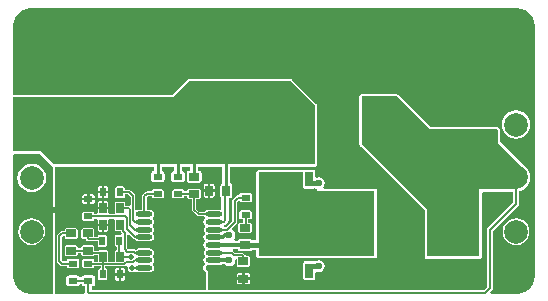
<source format=gtl>
G04 Layer_Physical_Order=1*
G04 Layer_Color=255*
%FSAX44Y44*%
%MOMM*%
G71*
G01*
G75*
G04:AMPARAMS|DCode=10|XSize=0.75mm|YSize=0.5mm|CornerRadius=0.0025mm|HoleSize=0mm|Usage=FLASHONLY|Rotation=0.000|XOffset=0mm|YOffset=0mm|HoleType=Round|Shape=RoundedRectangle|*
%AMROUNDEDRECTD10*
21,1,0.7500,0.4950,0,0,0.0*
21,1,0.7450,0.5000,0,0,0.0*
1,1,0.0050,0.3725,-0.2475*
1,1,0.0050,-0.3725,-0.2475*
1,1,0.0050,-0.3725,0.2475*
1,1,0.0050,0.3725,0.2475*
%
%ADD10ROUNDEDRECTD10*%
%ADD11R,4.3500X5.5000*%
%ADD12R,2.4600X2.3100*%
%ADD13O,1.4000X0.4500*%
G04:AMPARAMS|DCode=14|XSize=0.508mm|YSize=0.508mm|CornerRadius=0.0025mm|HoleSize=0mm|Usage=FLASHONLY|Rotation=180.000|XOffset=0mm|YOffset=0mm|HoleType=Round|Shape=RoundedRectangle|*
%AMROUNDEDRECTD14*
21,1,0.5080,0.5029,0,0,180.0*
21,1,0.5029,0.5080,0,0,180.0*
1,1,0.0051,-0.2515,0.2515*
1,1,0.0051,0.2515,0.2515*
1,1,0.0051,0.2515,-0.2515*
1,1,0.0051,-0.2515,-0.2515*
%
%ADD14ROUNDEDRECTD14*%
G04:AMPARAMS|DCode=15|XSize=0.75mm|YSize=0.5mm|CornerRadius=0.0025mm|HoleSize=0mm|Usage=FLASHONLY|Rotation=270.000|XOffset=0mm|YOffset=0mm|HoleType=Round|Shape=RoundedRectangle|*
%AMROUNDEDRECTD15*
21,1,0.7500,0.4950,0,0,270.0*
21,1,0.7450,0.5000,0,0,270.0*
1,1,0.0050,-0.2475,-0.3725*
1,1,0.0050,-0.2475,0.3725*
1,1,0.0050,0.2475,0.3725*
1,1,0.0050,0.2475,-0.3725*
%
%ADD15ROUNDEDRECTD15*%
G04:AMPARAMS|DCode=16|XSize=0.65mm|YSize=1.2mm|CornerRadius=0.0033mm|HoleSize=0mm|Usage=FLASHONLY|Rotation=0.000|XOffset=0mm|YOffset=0mm|HoleType=Round|Shape=RoundedRectangle|*
%AMROUNDEDRECTD16*
21,1,0.6500,1.1935,0,0,0.0*
21,1,0.6435,1.2000,0,0,0.0*
1,1,0.0065,0.3217,-0.5968*
1,1,0.0065,-0.3217,-0.5968*
1,1,0.0065,-0.3217,0.5968*
1,1,0.0065,0.3217,0.5968*
%
%ADD16ROUNDEDRECTD16*%
G04:AMPARAMS|DCode=17|XSize=2.55mm|YSize=1.2mm|CornerRadius=0.006mm|HoleSize=0mm|Usage=FLASHONLY|Rotation=0.000|XOffset=0mm|YOffset=0mm|HoleType=Round|Shape=RoundedRectangle|*
%AMROUNDEDRECTD17*
21,1,2.5500,1.1880,0,0,0.0*
21,1,2.5380,1.2000,0,0,0.0*
1,1,0.0120,1.2690,-0.5940*
1,1,0.0120,-1.2690,-0.5940*
1,1,0.0120,-1.2690,0.5940*
1,1,0.0120,1.2690,0.5940*
%
%ADD17ROUNDEDRECTD17*%
G04:AMPARAMS|DCode=18|XSize=0.85mm|YSize=0.6mm|CornerRadius=0.003mm|HoleSize=0mm|Usage=FLASHONLY|Rotation=0.000|XOffset=0mm|YOffset=0mm|HoleType=Round|Shape=RoundedRectangle|*
%AMROUNDEDRECTD18*
21,1,0.8500,0.5940,0,0,0.0*
21,1,0.8440,0.6000,0,0,0.0*
1,1,0.0060,0.4220,-0.2970*
1,1,0.0060,-0.4220,-0.2970*
1,1,0.0060,-0.4220,0.2970*
1,1,0.0060,0.4220,0.2970*
%
%ADD18ROUNDEDRECTD18*%
G04:AMPARAMS|DCode=19|XSize=0.85mm|YSize=0.6mm|CornerRadius=0.003mm|HoleSize=0mm|Usage=FLASHONLY|Rotation=90.000|XOffset=0mm|YOffset=0mm|HoleType=Round|Shape=RoundedRectangle|*
%AMROUNDEDRECTD19*
21,1,0.8500,0.5940,0,0,90.0*
21,1,0.8440,0.6000,0,0,90.0*
1,1,0.0060,0.2970,0.4220*
1,1,0.0060,0.2970,-0.4220*
1,1,0.0060,-0.2970,-0.4220*
1,1,0.0060,-0.2970,0.4220*
%
%ADD19ROUNDEDRECTD19*%
G04:AMPARAMS|DCode=20|XSize=2mm|YSize=4mm|CornerRadius=0.01mm|HoleSize=0mm|Usage=FLASHONLY|Rotation=180.000|XOffset=0mm|YOffset=0mm|HoleType=Round|Shape=RoundedRectangle|*
%AMROUNDEDRECTD20*
21,1,2.0000,3.9800,0,0,180.0*
21,1,1.9800,4.0000,0,0,180.0*
1,1,0.0200,-0.9900,1.9900*
1,1,0.0200,0.9900,1.9900*
1,1,0.0200,0.9900,-1.9900*
1,1,0.0200,-0.9900,-1.9900*
%
%ADD20ROUNDEDRECTD20*%
%ADD21C,0.1524*%
%ADD22C,0.3810*%
%ADD23C,0.2032*%
%ADD24C,0.1270*%
%ADD25C,0.2540*%
%ADD26C,0.3048*%
%ADD27R,0.5000X1.6500*%
%ADD28R,0.4961X1.6500*%
%ADD29C,2.0000*%
G04:AMPARAMS|DCode=30|XSize=2mm|YSize=2mm|CornerRadius=0.5mm|HoleSize=0mm|Usage=FLASHONLY|Rotation=270.000|XOffset=0mm|YOffset=0mm|HoleType=Round|Shape=RoundedRectangle|*
%AMROUNDEDRECTD30*
21,1,2.0000,1.0000,0,0,270.0*
21,1,1.0000,2.0000,0,0,270.0*
1,1,1.0000,-0.5000,-0.5000*
1,1,1.0000,-0.5000,0.5000*
1,1,1.0000,0.5000,0.5000*
1,1,1.0000,0.5000,-0.5000*
%
%ADD30ROUNDEDRECTD30*%
%ADD31C,3.0000*%
%ADD32C,0.5000*%
%ADD33C,0.6000*%
G36*
X06979564Y08563635D02*
X06979565Y08514671D01*
X06979257Y08514363D01*
Y08513773D01*
X06978667D01*
X06978667Y08513773D01*
X06758727Y08513773D01*
X06747750Y08524750D01*
X06725042Y08524750D01*
X06724144Y08525648D01*
Y08570500D01*
X06859750Y08570500D01*
X06873256Y08584006D01*
X06959194Y08584006D01*
X06979564Y08563635D01*
D02*
G37*
G36*
X06967947Y08507250D02*
X06968051Y08507250D01*
X06968247Y08507211D01*
X06968248D01*
X06968455Y08507169D01*
X06968987Y08506961D01*
X06969132Y08506935D01*
X06969337Y08506855D01*
X06969515Y08506823D01*
X06969517Y08506823D01*
Y08495305D01*
X06969675Y08494512D01*
X06970124Y08493840D01*
X06970796Y08493391D01*
X06971589Y08493233D01*
X06978024D01*
X06978817Y08493391D01*
X06979008Y08493519D01*
X06979879D01*
X06980969Y08492790D01*
X06981250Y08492734D01*
Y08491220D01*
X07028787Y08491220D01*
X07028868Y08491208D01*
X07030060Y08491019D01*
Y08436395D01*
X07030057Y08436382D01*
Y08436234D01*
X07029858Y08436194D01*
X06933644D01*
X06933260Y08436271D01*
X06933060D01*
X06932863Y08436310D01*
X06932256D01*
Y08437496D01*
X06932256Y08437497D01*
X06932256Y08449519D01*
X06932256Y08506848D01*
X06933362Y08507250D01*
X06940043D01*
X06946071D01*
X06946071Y08507250D01*
X06958771D01*
X06967947D01*
D02*
G37*
G36*
X07076770Y08543315D02*
X07133860Y08543315D01*
X07134758Y08542418D01*
Y08532089D01*
X07156907Y08509940D01*
X07156907Y08499449D01*
X07150125Y08492668D01*
X07119061Y08492668D01*
X07119061Y08435721D01*
X07074561Y08435721D01*
X07074561Y08475624D01*
X07019493Y08530691D01*
X07019493Y08571331D01*
X07048754Y08571332D01*
X07076770Y08543315D01*
D02*
G37*
G36*
X06843380Y08511734D02*
Y08507870D01*
X06842989D01*
X06842199Y08507713D01*
X06841529Y08507265D01*
X06841082Y08506595D01*
X06840924Y08505805D01*
Y08500855D01*
X06841082Y08500065D01*
X06841529Y08499395D01*
X06842199Y08498948D01*
X06842989Y08498791D01*
X06850439D01*
X06851229Y08498948D01*
X06851899Y08499395D01*
X06852347Y08500065D01*
X06852504Y08500855D01*
Y08505805D01*
X06852347Y08506595D01*
X06851899Y08507265D01*
X06851229Y08507713D01*
X06850439Y08507870D01*
X06850048D01*
Y08511734D01*
X06860587Y08511734D01*
Y08507870D01*
X06860197D01*
X06859406Y08507713D01*
X06858737Y08507265D01*
X06858289Y08506595D01*
X06858132Y08505805D01*
Y08500855D01*
X06858289Y08500065D01*
X06858737Y08499395D01*
X06859406Y08498948D01*
X06860197Y08498791D01*
X06867646D01*
X06868437Y08498948D01*
X06869106Y08499395D01*
X06869554Y08500065D01*
X06869711Y08500855D01*
Y08505805D01*
X06869554Y08506595D01*
X06869106Y08507265D01*
X06868437Y08507713D01*
X06867646Y08507870D01*
X06867256D01*
Y08511734D01*
X06874130Y08511734D01*
Y08508370D01*
X06873244D01*
X06872452Y08508212D01*
X06871780Y08507764D01*
X06871332Y08507092D01*
X06871174Y08506300D01*
Y08500360D01*
X06871332Y08499568D01*
X06871780Y08498896D01*
X06872452Y08498448D01*
X06873244Y08498290D01*
X06881684D01*
X06882476Y08498448D01*
X06883148Y08498896D01*
X06883596Y08499568D01*
X06883754Y08500360D01*
Y08506300D01*
X06883596Y08507092D01*
X06883148Y08507764D01*
X06882476Y08508212D01*
X06881684Y08508370D01*
X06880798D01*
Y08511734D01*
X06901423Y08511734D01*
Y08497666D01*
X06900994Y08497581D01*
X06900323Y08497132D01*
X06899874Y08496461D01*
X06899717Y08495668D01*
Y08487228D01*
X06899874Y08486437D01*
X06900323Y08485765D01*
X06900526Y08485629D01*
Y08476111D01*
X06899256Y08475068D01*
X06898964Y08475127D01*
X06889464D01*
X06888090Y08474854D01*
X06886926Y08474075D01*
X06886528Y08473480D01*
X06881967D01*
X06879406Y08476040D01*
Y08484453D01*
X06881684D01*
X06882679Y08484865D01*
X06883091Y08485861D01*
Y08491801D01*
X06882679Y08492795D01*
X06881684Y08493207D01*
X06873244D01*
X06872249Y08492795D01*
X06871837Y08491801D01*
Y08490773D01*
X06869048D01*
Y08491306D01*
X06868638Y08492297D01*
X06867646Y08492707D01*
X06860197D01*
X06859205Y08492297D01*
X06858795Y08491306D01*
Y08486356D01*
X06859205Y08485364D01*
X06860197Y08484954D01*
X06867646D01*
X06868638Y08485364D01*
X06869048Y08486356D01*
Y08486888D01*
X06871837D01*
Y08485861D01*
X06872249Y08484865D01*
X06873244Y08484453D01*
X06875522D01*
Y08475236D01*
X06875670Y08474492D01*
X06876091Y08473862D01*
X06879789Y08470164D01*
X06879789Y08470164D01*
X06880419Y08469743D01*
X06881162Y08469595D01*
X06885855D01*
X06886578Y08468420D01*
X06886271Y08467910D01*
X06885460Y08466696D01*
X06885131Y08465038D01*
X06885460Y08463380D01*
X06886271Y08462166D01*
X06886926Y08461075D01*
X06886148Y08459911D01*
X06885875Y08458538D01*
X06886148Y08457164D01*
X06886926Y08456000D01*
X06886271Y08454910D01*
X06885460Y08453696D01*
X06885131Y08452038D01*
X06885460Y08450380D01*
X06886400Y08448974D01*
Y08448602D01*
X06885460Y08447196D01*
X06885131Y08445538D01*
X06885460Y08443879D01*
X06886271Y08442665D01*
X06886926Y08441575D01*
X06886148Y08440411D01*
X06885875Y08439038D01*
X06886148Y08437664D01*
X06886926Y08436500D01*
X06886271Y08435410D01*
X06885460Y08434196D01*
X06885131Y08432538D01*
X06885460Y08430880D01*
X06886400Y08429474D01*
X06886322Y08429302D01*
X06885876Y08428318D01*
X06885686Y08428033D01*
X06885686Y08428033D01*
X06885460Y08427696D01*
X06885381Y08427298D01*
X06885381Y08427298D01*
X06885131Y08426038D01*
X06885210Y08425640D01*
Y08425640D01*
X06885381Y08424777D01*
X06885381Y08424777D01*
X06885460Y08424379D01*
X06886400Y08422974D01*
X06887250Y08422405D01*
X06887250Y08407676D01*
X06790737D01*
Y08410668D01*
X06791647D01*
X06792437Y08410825D01*
X06793107Y08411273D01*
X06793554Y08411942D01*
X06793711Y08412733D01*
Y08417682D01*
X06793554Y08418473D01*
X06793107Y08419142D01*
X06792437Y08419590D01*
X06791647Y08419747D01*
X06784197D01*
X06783406Y08419590D01*
X06782736Y08419142D01*
X06782289Y08418473D01*
X06782200Y08418024D01*
X06780601D01*
X06780511Y08418473D01*
X06780064Y08419142D01*
X06779394Y08419590D01*
X06778604Y08419747D01*
X06771154D01*
X06770364Y08419590D01*
X06769694Y08419142D01*
X06769246Y08418473D01*
X06769089Y08417682D01*
Y08412733D01*
X06769246Y08411942D01*
X06769694Y08411273D01*
X06770364Y08410825D01*
X06771154Y08410668D01*
X06778604D01*
X06779394Y08410825D01*
X06780064Y08411273D01*
X06780511Y08411942D01*
X06780601Y08412391D01*
X06782200D01*
X06782289Y08411942D01*
X06782736Y08411273D01*
X06783406Y08410825D01*
X06784197Y08410668D01*
X06785106D01*
Y08405324D01*
X06784045Y08404144D01*
X06759750D01*
X06759750Y08467499D01*
Y08470670D01*
X06760137D01*
X06760927Y08470828D01*
X06761418Y08471155D01*
X06762137D01*
X06762742Y08471276D01*
X06763254Y08471618D01*
X06763597Y08472131D01*
X06763717Y08472736D01*
Y08477765D01*
X06763597Y08478369D01*
X06763254Y08478882D01*
X06762742Y08479224D01*
X06762137Y08479344D01*
X06761418D01*
X06760927Y08479672D01*
X06760137Y08479830D01*
X06759750D01*
Y08484000D01*
X06759750Y08497747D01*
X06759750Y08510270D01*
X06759782Y08510432D01*
X06759782Y08510432D01*
Y08510464D01*
X06759787Y08510489D01*
X06759797Y08510516D01*
X06759935Y08511403D01*
X06761148Y08511734D01*
X06843380Y08511734D01*
D02*
G37*
G36*
X06740000Y08645856D02*
X07150000D01*
X07151562Y08645856D01*
X07154625Y08645247D01*
X07157511Y08644052D01*
X07160108Y08642317D01*
X07162317Y08640108D01*
X07164052Y08637511D01*
X07165247Y08634625D01*
X07165856Y08631562D01*
X07165856Y08630000D01*
Y08420000D01*
X07165856Y08418438D01*
X07165247Y08415375D01*
X07164052Y08412489D01*
X07162317Y08409892D01*
X07160108Y08407683D01*
X07157511Y08405948D01*
X07154625Y08404753D01*
X07151562Y08404144D01*
X07128785D01*
X07128300Y08405317D01*
X07129991Y08407009D01*
X07130602Y08407922D01*
X07130816Y08409000D01*
Y08457234D01*
X07151991Y08478410D01*
X07152602Y08479324D01*
X07152816Y08480401D01*
Y08490867D01*
X07153132Y08490909D01*
X07156052Y08492118D01*
X07158558Y08494042D01*
X07160482Y08496548D01*
X07161691Y08499467D01*
X07162103Y08502600D01*
X07161691Y08505732D01*
X07160482Y08508652D01*
X07158558Y08511158D01*
X07158434Y08511254D01*
X07158349Y08511381D01*
X07158349Y08511381D01*
X07136797Y08532933D01*
Y08542418D01*
X07136797Y08542418D01*
X07136642Y08543198D01*
X07136201Y08543859D01*
X07135302Y08544758D01*
X07134641Y08545200D01*
X07133860Y08545355D01*
X07077615Y08545355D01*
X07050197Y08572774D01*
X07050197Y08572774D01*
X07049535Y08573216D01*
X07049535Y08573216D01*
X07048755Y08573371D01*
X07019493Y08573370D01*
X07018713Y08573215D01*
X07018051Y08572773D01*
X07018051Y08572773D01*
X07017609Y08572111D01*
X07017454Y08571331D01*
X07017454Y08530691D01*
X07017454Y08530691D01*
X07017609Y08529911D01*
X07018051Y08529249D01*
X07072521Y08474779D01*
X07072522Y08435721D01*
X07072677Y08434941D01*
X07073057Y08434373D01*
Y08434258D01*
X07073151D01*
X07073781Y08433837D01*
X07074561Y08433682D01*
X07119061Y08433682D01*
X07119841Y08433837D01*
X07120471Y08434258D01*
X07120557D01*
Y08434360D01*
X07120945Y08434941D01*
X07121100Y08435721D01*
X07121100Y08489731D01*
X07121998Y08490629D01*
X07147184Y08490629D01*
Y08481567D01*
X07126009Y08460392D01*
X07125398Y08459479D01*
X07125184Y08458401D01*
Y08410167D01*
X07122693Y08407676D01*
X06889289D01*
X06889289Y08422405D01*
X06889250Y08422603D01*
Y08422803D01*
X06889173Y08422989D01*
X06889134Y08423186D01*
X06889022Y08423353D01*
X06888945Y08423539D01*
X06888803Y08423680D01*
X06888692Y08423848D01*
X06888525Y08423959D01*
X06888383Y08424102D01*
X06887870Y08424444D01*
X06887382Y08425175D01*
X06887210Y08426038D01*
X06887382Y08426900D01*
X06887382Y08426901D01*
X06887571Y08427185D01*
X06887636Y08427340D01*
X06887734Y08427477D01*
X06888179Y08428460D01*
X06889464Y08428204D01*
X06898964D01*
X06900622Y08428535D01*
X06901237Y08428945D01*
X06903601D01*
X06903609Y08428933D01*
X06905263Y08427828D01*
X06907214Y08427440D01*
X06909165Y08427828D01*
X06910818Y08428933D01*
X06911924Y08430587D01*
X06912296Y08432457D01*
X06912339Y08432559D01*
X06913434Y08433405D01*
X06913587Y08433351D01*
Y08428530D01*
X06913999Y08427535D01*
X06914994Y08427123D01*
X06923434D01*
X06924429Y08427535D01*
X06924841Y08428530D01*
Y08434470D01*
X06924429Y08435465D01*
X06923434Y08435877D01*
X06921156D01*
Y08436000D01*
X06921008Y08436743D01*
X06920587Y08437374D01*
X06919838Y08438123D01*
X06919207Y08438544D01*
X06918464Y08438692D01*
X06912307D01*
X06910587Y08440411D01*
X06910193Y08440674D01*
X06910364Y08441844D01*
X06910404Y08441945D01*
X06914298D01*
X06914332Y08441776D01*
X06914780Y08441104D01*
X06915452Y08440656D01*
X06916244Y08440498D01*
X06924684D01*
X06925476Y08440656D01*
X06926147Y08441104D01*
X06926450Y08441556D01*
X06930217D01*
Y08437497D01*
X06930217Y08437496D01*
Y08436310D01*
X06930372Y08435530D01*
X06930815Y08434868D01*
X06931476Y08434426D01*
X06932256Y08434271D01*
X06932863D01*
X06933246Y08434194D01*
X06933447D01*
X06933644Y08434155D01*
X07029858D01*
X07030056Y08434194D01*
X07030256D01*
X07030455Y08434234D01*
X07030512Y08434258D01*
X07032057D01*
Y08435836D01*
X07032057Y08435836D01*
Y08435985D01*
X07032057Y08435985D01*
X07032059Y08435998D01*
Y08436050D01*
X07032096Y08436234D01*
Y08436382D01*
X07032099Y08436395D01*
Y08491019D01*
X07032057Y08491229D01*
Y08493257D01*
X07028795D01*
X07028787Y08493259D01*
X06987627Y08493259D01*
X06986948Y08494529D01*
X06987630Y08495549D01*
X06988018Y08497500D01*
X06987630Y08499451D01*
X06986525Y08501105D01*
X06984871Y08502210D01*
X06982920Y08502598D01*
X06981367Y08502289D01*
X06980096Y08503038D01*
Y08507241D01*
X06979938Y08508033D01*
X06979489Y08508705D01*
X06978817Y08509155D01*
X06978024Y08509313D01*
X06971589D01*
X06970796Y08509155D01*
X06970164Y08508733D01*
X06970090Y08508748D01*
X06970081Y08508753D01*
X06969876Y08508834D01*
X06969731Y08508860D01*
X06969199Y08509068D01*
X06969021Y08509100D01*
X06968853Y08509169D01*
X06968646Y08509210D01*
X06968644D01*
X06968452Y08509249D01*
X06968250Y08509250D01*
X06968052Y08509289D01*
X06967949Y08509289D01*
X06967947Y08509289D01*
X06967947Y08509289D01*
X06965443D01*
X06965324Y08509313D01*
X06958889D01*
X06958771Y08509289D01*
X06952742D01*
X06952624Y08509313D01*
X06946189D01*
X06946071Y08509289D01*
X06940043D01*
X06939924Y08509313D01*
X06933489D01*
X06933370Y08509289D01*
X06933362D01*
X06933016Y08509220D01*
X06932667Y08509167D01*
X06931561Y08508765D01*
X06931521Y08508741D01*
X06931476Y08508732D01*
X06931182Y08508536D01*
X06930880Y08508353D01*
X06930853Y08508316D01*
X06930815Y08508290D01*
X06930618Y08507996D01*
X06930409Y08507712D01*
X06930398Y08507667D01*
X06930372Y08507629D01*
X06930303Y08507282D01*
X06930219Y08506939D01*
X06930226Y08506893D01*
X06930217Y08506848D01*
X06930217Y08449519D01*
X06926450D01*
X06926147Y08449971D01*
X06925476Y08450420D01*
X06924684Y08450577D01*
X06916244D01*
X06915452Y08450420D01*
X06914780Y08449971D01*
X06914332Y08449300D01*
X06914298Y08449131D01*
X06911786D01*
X06911157Y08450401D01*
X06911924Y08451549D01*
X06912312Y08453500D01*
X06911924Y08455451D01*
X06910818Y08457105D01*
X06909595Y08457922D01*
X06909263Y08459387D01*
X06913249Y08463372D01*
X06913249Y08463372D01*
X06913698Y08464044D01*
X06913856Y08464837D01*
X06913856Y08464837D01*
Y08481858D01*
X06914803Y08482693D01*
X06916132Y08482395D01*
X06916248Y08482114D01*
X06917239Y08481703D01*
X06924689D01*
X06925680Y08482114D01*
X06926091Y08483105D01*
Y08488055D01*
X06925680Y08489047D01*
X06924689Y08489457D01*
X06917239D01*
X06916248Y08489047D01*
X06915837Y08488055D01*
Y08487652D01*
X06914590D01*
X06913798Y08487495D01*
X06913125Y08487045D01*
X06913125Y08487045D01*
X06910319Y08484239D01*
X06909869Y08483566D01*
X06909712Y08482773D01*
X06909712Y08482773D01*
Y08465695D01*
X06904626Y08460610D01*
X06903613D01*
X06902949Y08461880D01*
X06903094Y08462088D01*
X06903641Y08462197D01*
X06904639Y08462863D01*
X06905776Y08464001D01*
X06905776Y08464001D01*
X06906442Y08464998D01*
X06906677Y08466175D01*
Y08485159D01*
X06907726D01*
X06908519Y08485316D01*
X06909190Y08485765D01*
X06909639Y08486437D01*
X06909796Y08487228D01*
Y08495668D01*
X06909639Y08496461D01*
X06909190Y08497132D01*
X06908519Y08497581D01*
X06908091Y08497666D01*
Y08511734D01*
X06978666Y08511733D01*
X06978667Y08511733D01*
X06978667Y08511733D01*
X06979257D01*
X06980037Y08511889D01*
X06980698Y08512331D01*
X06981141Y08512993D01*
X06981264Y08513615D01*
X06981449Y08513890D01*
X06981604Y08514671D01*
X06981603Y08563635D01*
X06981603Y08563635D01*
X06981448Y08564415D01*
X06981006Y08565076D01*
X06981006Y08565077D01*
X06960635Y08585448D01*
X06960635Y08585448D01*
X06959974Y08585891D01*
X06959194Y08586046D01*
X06873256Y08586046D01*
X06873256Y08586046D01*
X06872476Y08585890D01*
X06871814Y08585448D01*
X06871814Y08585448D01*
X06858906Y08572540D01*
X06724144Y08572539D01*
Y08630000D01*
X06724144Y08631562D01*
X06724753Y08634625D01*
X06725948Y08637511D01*
X06727683Y08640108D01*
X06729892Y08642317D01*
X06732489Y08644052D01*
X06735375Y08645247D01*
X06738438Y08645856D01*
X06740000Y08645856D01*
D02*
G37*
G36*
X06757285Y08512332D02*
X06757285Y08512332D01*
X06757947Y08511889D01*
X06757787Y08510886D01*
X06757782Y08510862D01*
Y08510829D01*
X06757750Y08510668D01*
Y08510499D01*
X06757743Y08510464D01*
Y08510432D01*
X06757711Y08510270D01*
X06757711Y08497747D01*
X06757711Y08484000D01*
X06757711Y08484000D01*
Y08479830D01*
X06757108D01*
X06756318Y08479672D01*
X06755826Y08479344D01*
X06755108D01*
X06754503Y08479224D01*
X06753991Y08478882D01*
X06753649Y08478369D01*
X06753528Y08477765D01*
Y08472736D01*
X06753649Y08472131D01*
X06753991Y08471618D01*
X06754503Y08471276D01*
X06755108Y08471155D01*
X06755826D01*
X06756318Y08470828D01*
X06757108Y08470670D01*
X06757711D01*
Y08467500D01*
X06757711Y08467499D01*
X06757711Y08404144D01*
X06738438D01*
X06735375Y08404753D01*
X06732489Y08405948D01*
X06729892Y08407683D01*
X06727683Y08409892D01*
X06725948Y08412489D01*
X06724753Y08415375D01*
X06724144Y08418438D01*
X06724144Y08420000D01*
Y08521595D01*
X06725042Y08522711D01*
X06746906Y08522711D01*
X06757285Y08512332D01*
D02*
G37*
%LPC*%
G36*
X06893226Y08497253D02*
X06891273D01*
Y08492464D01*
X06894811D01*
Y08495668D01*
X06894691Y08496275D01*
X06894347Y08496789D01*
X06893833Y08497133D01*
X06893226Y08497253D01*
D02*
G37*
G36*
X06889241D02*
X06887286D01*
X06886680Y08497133D01*
X06886166Y08496789D01*
X06885823Y08496275D01*
X06885702Y08495668D01*
Y08492464D01*
X06889241D01*
Y08497253D01*
D02*
G37*
G36*
X06802689Y08495474D02*
X06801230D01*
Y08491186D01*
X06804268D01*
Y08493895D01*
X06804148Y08494500D01*
X06803806Y08495012D01*
X06803293Y08495354D01*
X06802689Y08495474D01*
D02*
G37*
G36*
X06799198D02*
X06797739D01*
X06797134Y08495354D01*
X06796622Y08495012D01*
X06796280Y08494500D01*
X06796160Y08493895D01*
Y08491186D01*
X06799198D01*
Y08495474D01*
D02*
G37*
G36*
X06894811Y08490432D02*
X06891273D01*
Y08485644D01*
X06893226D01*
X06893833Y08485765D01*
X06894347Y08486108D01*
X06894691Y08486622D01*
X06894811Y08487228D01*
Y08490432D01*
D02*
G37*
G36*
X06889241D02*
X06885702D01*
Y08487228D01*
X06885823Y08486622D01*
X06886166Y08486108D01*
X06886680Y08485765D01*
X06887286Y08485644D01*
X06889241D01*
Y08490432D01*
D02*
G37*
G36*
X06791647Y08488304D02*
X06788937D01*
Y08485266D01*
X06793226D01*
Y08486725D01*
X06793105Y08487329D01*
X06792763Y08487842D01*
X06792251Y08488184D01*
X06791647Y08488304D01*
D02*
G37*
G36*
X06786906D02*
X06784197D01*
X06783592Y08488184D01*
X06783080Y08487842D01*
X06782737Y08487329D01*
X06782617Y08486725D01*
Y08485266D01*
X06786906D01*
Y08488304D01*
D02*
G37*
G36*
X06817189Y08495297D02*
X06812239D01*
X06811248Y08494886D01*
X06810837Y08493895D01*
Y08486445D01*
X06811248Y08485454D01*
X06812239Y08485043D01*
X06817189D01*
X06818180Y08485454D01*
X06818591Y08486445D01*
Y08488228D01*
X06821740D01*
X06823772Y08486196D01*
Y08479153D01*
X06822606Y08478438D01*
X06822502Y08478438D01*
X06821837Y08478570D01*
X06819091D01*
Y08480848D01*
X06818679Y08481843D01*
X06817684Y08482255D01*
X06811744D01*
X06810749Y08481843D01*
X06810337Y08480848D01*
Y08472407D01*
X06809859Y08471693D01*
X06805921D01*
X06804769Y08472407D01*
Y08475612D01*
X06800214D01*
X06795660D01*
Y08472407D01*
X06794507Y08471693D01*
X06793048D01*
Y08472225D01*
X06792637Y08473216D01*
X06791647Y08473627D01*
X06784197D01*
X06783206Y08473216D01*
X06782795Y08472225D01*
Y08467275D01*
X06783206Y08466284D01*
X06784197Y08465873D01*
X06791647D01*
X06792637Y08466284D01*
X06793048Y08467275D01*
Y08467808D01*
X06794634D01*
X06795660Y08466805D01*
Y08463601D01*
X06800214D01*
X06804769D01*
Y08466805D01*
X06805794Y08467808D01*
X06809377D01*
X06810337Y08466805D01*
Y08458365D01*
X06810749Y08457370D01*
X06811744Y08456958D01*
X06815129D01*
X06815170Y08456757D01*
X06815591Y08456127D01*
X06816278Y08455439D01*
X06815752Y08454169D01*
X06811739D01*
X06810748Y08453759D01*
X06810338Y08452767D01*
Y08445317D01*
X06810748Y08444326D01*
X06811739Y08443916D01*
X06812272D01*
Y08441127D01*
X06811744D01*
X06810749Y08440715D01*
X06810337Y08439720D01*
Y08431287D01*
X06804591D01*
Y08439720D01*
X06804179Y08440715D01*
X06803184Y08441127D01*
X06797244D01*
X06796249Y08440715D01*
X06796240Y08440692D01*
X06793049D01*
Y08443720D01*
X06792637Y08444715D01*
X06791641Y08445127D01*
X06783201D01*
X06782206Y08444715D01*
X06781794Y08443720D01*
Y08442692D01*
X06779006D01*
Y08443720D01*
X06778594Y08444715D01*
X06777599Y08445127D01*
X06769159D01*
X06768164Y08444715D01*
X06767752Y08443720D01*
Y08437780D01*
X06768164Y08436785D01*
X06769159Y08436373D01*
X06777599D01*
X06778594Y08436785D01*
X06779006Y08437780D01*
Y08438808D01*
X06781794D01*
Y08437780D01*
X06782206Y08436785D01*
X06783201Y08436373D01*
X06791641D01*
X06792637Y08436785D01*
X06792646Y08436808D01*
X06795837D01*
Y08431287D01*
X06793048D01*
Y08432183D01*
X06792637Y08433174D01*
X06791647Y08433584D01*
X06784197D01*
X06783206Y08433174D01*
X06782795Y08432183D01*
Y08427233D01*
X06783206Y08426241D01*
X06784197Y08425831D01*
X06791647D01*
X06792637Y08426241D01*
X06793048Y08427233D01*
Y08427403D01*
X06798271D01*
Y08425627D01*
X06797739D01*
X06796748Y08425216D01*
X06796337Y08424225D01*
Y08416775D01*
X06796748Y08415784D01*
X06797739Y08415374D01*
X06802689D01*
X06803680Y08415784D01*
X06804091Y08416775D01*
Y08424225D01*
X06803680Y08425216D01*
X06802689Y08425627D01*
X06802156D01*
Y08427403D01*
X06818486D01*
X06819229Y08427551D01*
X06819859Y08427972D01*
X06820015Y08428127D01*
X06820367Y08428076D01*
X06820429Y08428043D01*
X06821281Y08426656D01*
X06821158Y08426038D01*
X06821450Y08424567D01*
X06822284Y08423320D01*
X06823531Y08422487D01*
X06825002Y08422194D01*
X06826473Y08422487D01*
X06827720Y08423320D01*
X06828923Y08422834D01*
X06829091Y08422722D01*
X06830464Y08422449D01*
X06839964D01*
X06841337Y08422722D01*
X06842502Y08423500D01*
X06843279Y08424664D01*
X06843553Y08426038D01*
X06843279Y08427411D01*
X06842502Y08428575D01*
X06842386Y08428653D01*
Y08429923D01*
X06842502Y08430000D01*
X06843279Y08431165D01*
X06843553Y08432538D01*
X06843279Y08433911D01*
X06842549Y08435004D01*
X06842386Y08435362D01*
Y08436213D01*
X06842549Y08436571D01*
X06843279Y08437664D01*
X06843553Y08439038D01*
X06843279Y08440411D01*
X06842502Y08441575D01*
X06841337Y08442354D01*
X06839964Y08442627D01*
X06830464D01*
X06829091Y08442354D01*
X06827926Y08441575D01*
X06827791Y08441373D01*
X06827302Y08441699D01*
X06826559Y08441848D01*
X06821364D01*
X06820656Y08442554D01*
Y08454015D01*
X06821926Y08454541D01*
X06825803Y08450665D01*
X06825803Y08450664D01*
X06826433Y08450244D01*
X06827176Y08450095D01*
X06827177Y08450095D01*
X06827528D01*
X06827926Y08449500D01*
X06829091Y08448722D01*
X06830464Y08448449D01*
X06839964D01*
X06841337Y08448722D01*
X06842502Y08449500D01*
X06843279Y08450664D01*
X06843553Y08452038D01*
X06843279Y08453411D01*
X06842502Y08454575D01*
X06842386Y08454653D01*
Y08455923D01*
X06842502Y08456000D01*
X06843279Y08457164D01*
X06843553Y08458538D01*
X06843279Y08459911D01*
X06842549Y08461004D01*
X06842386Y08461362D01*
Y08462213D01*
X06842549Y08462571D01*
X06843279Y08463665D01*
X06843553Y08465038D01*
X06843279Y08466411D01*
X06842502Y08467576D01*
X06842386Y08467653D01*
Y08468923D01*
X06842502Y08469000D01*
X06843279Y08470164D01*
X06843553Y08471538D01*
X06843279Y08472911D01*
X06842502Y08474075D01*
X06841337Y08474854D01*
X06839964Y08475127D01*
X06837156D01*
Y08485939D01*
X06838105Y08486888D01*
X06841588D01*
Y08486356D01*
X06841998Y08485364D01*
X06842989Y08484954D01*
X06850439D01*
X06851430Y08485364D01*
X06851841Y08486356D01*
Y08491306D01*
X06851430Y08492297D01*
X06850439Y08492707D01*
X06842989D01*
X06841998Y08492297D01*
X06841588Y08491306D01*
Y08490773D01*
X06837301D01*
X06836558Y08490625D01*
X06835928Y08490204D01*
X06833840Y08488116D01*
X06833419Y08487487D01*
X06833271Y08486743D01*
Y08475127D01*
X06830464D01*
X06829091Y08474854D01*
X06828926Y08474744D01*
X06827656Y08475423D01*
Y08487000D01*
X06827509Y08487744D01*
X06827087Y08488373D01*
X06823917Y08491544D01*
X06823287Y08491965D01*
X06822544Y08492112D01*
X06818591D01*
Y08493895D01*
X06818180Y08494886D01*
X06817189Y08495297D01*
D02*
G37*
G36*
X06804268Y08489154D02*
X06801230D01*
Y08484866D01*
X06802689D01*
X06803293Y08484986D01*
X06803806Y08485328D01*
X06804148Y08485840D01*
X06804268Y08486445D01*
Y08489154D01*
D02*
G37*
G36*
X06799198D02*
X06796160D01*
Y08486445D01*
X06796280Y08485840D01*
X06796622Y08485328D01*
X06797134Y08484986D01*
X06797739Y08484866D01*
X06799198D01*
Y08489154D01*
D02*
G37*
G36*
X06793226Y08483234D02*
X06788937D01*
Y08480195D01*
X06791647D01*
X06792251Y08480316D01*
X06792763Y08480658D01*
X06793105Y08481171D01*
X06793226Y08481775D01*
Y08483234D01*
D02*
G37*
G36*
X06786906D02*
X06782617D01*
Y08481775D01*
X06782737Y08481171D01*
X06783080Y08480658D01*
X06783592Y08480316D01*
X06784197Y08480195D01*
X06786906D01*
Y08483234D01*
D02*
G37*
G36*
X06803184Y08482432D02*
X06801230D01*
Y08477644D01*
X06804769D01*
Y08480848D01*
X06804648Y08481454D01*
X06804304Y08481968D01*
X06803790Y08482311D01*
X06803184Y08482432D01*
D02*
G37*
G36*
X06799198D02*
X06797244D01*
X06796638Y08482311D01*
X06796124Y08481968D01*
X06795780Y08481454D01*
X06795660Y08480848D01*
Y08477644D01*
X06799198D01*
Y08482432D01*
D02*
G37*
G36*
X06777599Y08459627D02*
X06769159D01*
X06768164Y08459215D01*
X06767752Y08458220D01*
Y08457192D01*
X06765464D01*
X06765464Y08457192D01*
X06764720Y08457045D01*
X06764091Y08456624D01*
X06764091Y08456624D01*
X06762090Y08454623D01*
X06761669Y08453994D01*
X06761522Y08453250D01*
Y08431837D01*
X06761669Y08431094D01*
X06762090Y08430464D01*
X06764220Y08428334D01*
X06764850Y08427913D01*
X06765594Y08427766D01*
X06765594Y08427766D01*
X06769752D01*
Y08427233D01*
X06770163Y08426241D01*
X06771154Y08425831D01*
X06778604D01*
X06779595Y08426241D01*
X06780005Y08427233D01*
Y08432183D01*
X06779595Y08433174D01*
X06778604Y08433584D01*
X06771154D01*
X06770163Y08433174D01*
X06769752Y08432183D01*
Y08431650D01*
X06766398D01*
X06765406Y08432642D01*
Y08452446D01*
X06766268Y08453307D01*
X06767752D01*
Y08452280D01*
X06768164Y08451285D01*
X06769159Y08450873D01*
X06777599D01*
X06778594Y08451285D01*
X06779006Y08452280D01*
Y08458220D01*
X06778594Y08459215D01*
X06777599Y08459627D01*
D02*
G37*
G36*
X06804769Y08461569D02*
X06801230D01*
Y08456780D01*
X06803184D01*
X06803790Y08456901D01*
X06804304Y08457245D01*
X06804648Y08457759D01*
X06804769Y08458365D01*
Y08461569D01*
D02*
G37*
G36*
X06799198D02*
X06795660D01*
Y08458365D01*
X06795780Y08457759D01*
X06796124Y08457245D01*
X06796638Y08456901D01*
X06797244Y08456780D01*
X06799198D01*
Y08461569D01*
D02*
G37*
G36*
X06791641Y08459627D02*
X06783201D01*
X06782206Y08459215D01*
X06781794Y08458220D01*
Y08452280D01*
X06782206Y08451285D01*
X06783201Y08450873D01*
X06785563D01*
X06785627Y08450549D01*
X06786048Y08449919D01*
X06786841Y08449127D01*
X06787471Y08448705D01*
X06788214Y08448558D01*
X06795837D01*
Y08445317D01*
X06796248Y08444326D01*
X06797239Y08443916D01*
X06802189D01*
X06803180Y08444326D01*
X06803591Y08445317D01*
Y08452767D01*
X06803180Y08453759D01*
X06802189Y08454169D01*
X06797239D01*
X06796248Y08453759D01*
X06795837Y08452767D01*
Y08452442D01*
X06793049D01*
Y08458220D01*
X06792637Y08459215D01*
X06791641Y08459627D01*
D02*
G37*
G36*
X06817189Y08425804D02*
X06815730D01*
Y08421516D01*
X06818768D01*
Y08424225D01*
X06818648Y08424829D01*
X06818306Y08425342D01*
X06817794Y08425684D01*
X06817189Y08425804D01*
D02*
G37*
G36*
X06813698D02*
X06812239D01*
X06811635Y08425684D01*
X06811122Y08425342D01*
X06810780Y08424829D01*
X06810660Y08424225D01*
Y08421516D01*
X06813698D01*
Y08425804D01*
D02*
G37*
G36*
X06818768Y08419484D02*
X06815730D01*
Y08415195D01*
X06817189D01*
X06817794Y08415316D01*
X06818306Y08415658D01*
X06818648Y08416171D01*
X06818768Y08416775D01*
Y08419484D01*
D02*
G37*
G36*
X06813698D02*
X06810660D01*
Y08416775D01*
X06810780Y08416171D01*
X06811122Y08415658D01*
X06811635Y08415316D01*
X06812239Y08415195D01*
X06813698D01*
Y08419484D01*
D02*
G37*
G36*
X07150000Y08559504D02*
X07146867Y08559091D01*
X07143948Y08557882D01*
X07141442Y08555959D01*
X07139518Y08553452D01*
X07138309Y08550533D01*
X07137896Y08547400D01*
X07138309Y08544268D01*
X07139518Y08541348D01*
X07141442Y08538842D01*
X07143948Y08536918D01*
X07146867Y08535709D01*
X07150000Y08535297D01*
X07153132Y08535709D01*
X07156052Y08536918D01*
X07158558Y08538842D01*
X07160482Y08541348D01*
X07161691Y08544268D01*
X07162103Y08547400D01*
X07161691Y08550533D01*
X07160482Y08553452D01*
X07158558Y08555959D01*
X07156052Y08557882D01*
X07153132Y08559091D01*
X07150000Y08559504D01*
D02*
G37*
G36*
X06924689Y08474957D02*
X06917239D01*
X06916248Y08474547D01*
X06915837Y08473555D01*
Y08468605D01*
X06916248Y08467614D01*
X06917239Y08467203D01*
X06919022D01*
Y08464415D01*
X06916244D01*
X06915249Y08464003D01*
X06914837Y08463008D01*
Y08457068D01*
X06915249Y08456073D01*
X06916244Y08455660D01*
X06924684D01*
X06925679Y08456073D01*
X06926091Y08457068D01*
Y08463008D01*
X06925679Y08464003D01*
X06924684Y08464415D01*
X06922906D01*
Y08467203D01*
X06924689D01*
X06925680Y08467614D01*
X06926091Y08468605D01*
Y08473555D01*
X06925680Y08474547D01*
X06924689Y08474957D01*
D02*
G37*
G36*
X07150000Y08468167D02*
X07147058Y08467780D01*
X07144316Y08466644D01*
X07141962Y08464838D01*
X07140156Y08462484D01*
X07139020Y08459742D01*
X07138633Y08456800D01*
X07139020Y08453858D01*
X07140156Y08451116D01*
X07141962Y08448762D01*
X07144316Y08446956D01*
X07147058Y08445820D01*
X07150000Y08445433D01*
X07152942Y08445820D01*
X07155684Y08446956D01*
X07158038Y08448762D01*
X07159844Y08451116D01*
X07160980Y08453858D01*
X07161367Y08456800D01*
X07160980Y08459742D01*
X07159844Y08462484D01*
X07158038Y08464838D01*
X07155684Y08466644D01*
X07152942Y08467780D01*
X07150000Y08468167D01*
D02*
G37*
G36*
X06982920Y08432598D02*
X06980969Y08432210D01*
X06979879Y08431481D01*
X06979132D01*
X06978817Y08431692D01*
X06978024Y08431850D01*
X06971589D01*
X06970796Y08431692D01*
X06970124Y08431243D01*
X06969675Y08430571D01*
X06969517Y08429777D01*
Y08417842D01*
X06969675Y08417050D01*
X06970124Y08416377D01*
X06970796Y08415928D01*
X06971589Y08415770D01*
X06978024D01*
X06978817Y08415928D01*
X06979489Y08416377D01*
X06979938Y08417050D01*
X06980096Y08417842D01*
Y08421962D01*
X06981367Y08422711D01*
X06982920Y08422402D01*
X06984871Y08422790D01*
X06986525Y08423895D01*
X06987630Y08425549D01*
X06988018Y08427500D01*
X06987630Y08429451D01*
X06986525Y08431105D01*
X06984871Y08432210D01*
X06982920Y08432598D01*
D02*
G37*
G36*
X06923434Y08421555D02*
X06920229D01*
Y08418016D01*
X06925018D01*
Y08419970D01*
X06924898Y08420576D01*
X06924554Y08421091D01*
X06924041Y08421434D01*
X06923434Y08421555D01*
D02*
G37*
G36*
X06918197D02*
X06914994D01*
X06914387Y08421434D01*
X06913873Y08421091D01*
X06913530Y08420576D01*
X06913409Y08419970D01*
Y08418016D01*
X06918197D01*
Y08421555D01*
D02*
G37*
G36*
X06925018Y08415984D02*
X06920229D01*
Y08412446D01*
X06923434D01*
X06924041Y08412566D01*
X06924554Y08412910D01*
X06924898Y08413423D01*
X06925018Y08414030D01*
Y08415984D01*
D02*
G37*
G36*
X06918197D02*
X06913409D01*
Y08414030D01*
X06913530Y08413423D01*
X06913873Y08412910D01*
X06914387Y08412566D01*
X06914994Y08412446D01*
X06918197D01*
Y08415984D01*
D02*
G37*
G36*
X06740000Y08514370D02*
X06736868Y08513958D01*
X06733948Y08512748D01*
X06731442Y08510825D01*
X06729518Y08508318D01*
X06728309Y08505399D01*
X06727897Y08502267D01*
X06728309Y08499134D01*
X06729518Y08496215D01*
X06731442Y08493708D01*
X06733948Y08491785D01*
X06736868Y08490576D01*
X06740000Y08490163D01*
X06743132Y08490576D01*
X06746052Y08491785D01*
X06748558Y08493708D01*
X06750482Y08496215D01*
X06751691Y08499134D01*
X06752104Y08502267D01*
X06751691Y08505399D01*
X06750482Y08508318D01*
X06748558Y08510825D01*
X06746052Y08512748D01*
X06743132Y08513958D01*
X06740000Y08514370D01*
D02*
G37*
G36*
Y08468167D02*
X06737058Y08467780D01*
X06734316Y08466644D01*
X06731962Y08464838D01*
X06730156Y08462484D01*
X06729020Y08459742D01*
X06728633Y08456800D01*
X06729020Y08453858D01*
X06730156Y08451116D01*
X06731962Y08448762D01*
X06734316Y08446956D01*
X06737058Y08445820D01*
X06740000Y08445433D01*
X06742942Y08445820D01*
X06745684Y08446956D01*
X06748038Y08448762D01*
X06749844Y08451116D01*
X06750980Y08453858D01*
X06751367Y08456800D01*
X06750980Y08459742D01*
X06749844Y08462484D01*
X06748038Y08464838D01*
X06745684Y08466644D01*
X06742942Y08467780D01*
X06740000Y08468167D01*
D02*
G37*
%LPD*%
D10*
X06920964Y08485580D02*
D03*
Y08471080D02*
D03*
X06787922Y08429708D02*
D03*
Y08415208D02*
D03*
X06774879Y08429708D02*
D03*
Y08415208D02*
D03*
X06863922Y08503330D02*
D03*
Y08488831D02*
D03*
X06846714Y08503330D02*
D03*
Y08488831D02*
D03*
X06787922Y08484250D02*
D03*
Y08469750D02*
D03*
D11*
X07008307Y08463758D02*
D03*
X07096807D02*
D03*
D12*
X06864714Y08448788D02*
D03*
D13*
X06894214Y08426038D02*
D03*
Y08432538D02*
D03*
Y08439038D02*
D03*
Y08445538D02*
D03*
Y08452038D02*
D03*
Y08458538D02*
D03*
Y08465038D02*
D03*
Y08471538D02*
D03*
X06835214Y08426038D02*
D03*
Y08432538D02*
D03*
Y08439038D02*
D03*
Y08445538D02*
D03*
Y08452038D02*
D03*
Y08458538D02*
D03*
Y08465038D02*
D03*
Y08471538D02*
D03*
D14*
X06757623Y08475250D02*
D03*
X06759623D02*
D03*
D15*
X06814714Y08420500D02*
D03*
X06800214D02*
D03*
X06799714Y08449042D02*
D03*
X06814214D02*
D03*
X06800214Y08490170D02*
D03*
X06814714D02*
D03*
D16*
X06935690Y08480000D02*
D03*
X06949152D02*
D03*
X06962360D02*
D03*
X06975823D02*
D03*
X06974807Y08423810D02*
D03*
X06962106D02*
D03*
X06949407D02*
D03*
X06936707D02*
D03*
X06935690Y08557463D02*
D03*
X06949152D02*
D03*
X06962360D02*
D03*
X06975823D02*
D03*
X06974807Y08501273D02*
D03*
X06962106D02*
D03*
X06949407D02*
D03*
X06936707D02*
D03*
D17*
X07089991Y08565316D02*
D03*
Y08536816D02*
D03*
X07121503Y08565316D02*
D03*
Y08536816D02*
D03*
X06901417Y08606500D02*
D03*
Y08578000D02*
D03*
X06932460Y08606500D02*
D03*
Y08578000D02*
D03*
D18*
X06773379Y08455250D02*
D03*
Y08440750D02*
D03*
X06919214Y08417000D02*
D03*
Y08431500D02*
D03*
X06877464Y08488831D02*
D03*
Y08503330D02*
D03*
X06920464Y08445538D02*
D03*
Y08460038D02*
D03*
X06787421Y08455250D02*
D03*
Y08440750D02*
D03*
D19*
X06890256Y08491448D02*
D03*
X06904756D02*
D03*
X06800214Y08462585D02*
D03*
X06814714D02*
D03*
Y08435500D02*
D03*
X06800214D02*
D03*
Y08476627D02*
D03*
X06814714D02*
D03*
D20*
X06836750Y08618250D02*
D03*
Y08544250D02*
D03*
X07029999Y08550816D02*
D03*
Y08624816D02*
D03*
D21*
X07128000Y08409000D02*
Y08458401D01*
X07150000Y08480401D01*
Y08502600D01*
X07123860Y08404860D02*
X07128000Y08409000D01*
X06788386Y08404860D02*
X07123860D01*
X06911783Y08464837D02*
Y08482773D01*
X06905484Y08458538D02*
X06911783Y08464837D01*
X06894214Y08458538D02*
X06905484D01*
X06911783Y08482773D02*
X06914590Y08485580D01*
X06920964D01*
X06787922Y08405324D02*
X06788386Y08404860D01*
X06787922Y08405324D02*
Y08415208D01*
X06774879D02*
X06787922D01*
D22*
X06974807Y08497500D02*
Y08501273D01*
Y08423810D02*
Y08427500D01*
X06920464Y08445538D02*
X06934750D01*
X06974807Y08497500D02*
X06982920D01*
X06974807Y08427500D02*
X06982920D01*
D23*
X06903601Y08466175D02*
Y08488925D01*
X06902464Y08465038D02*
X06903601Y08466175D01*
Y08488925D02*
X06904756Y08490081D01*
Y08491448D01*
D24*
X06920464Y08460038D02*
X06920964Y08460538D01*
Y08471080D01*
X06787922Y08469750D02*
X06818714D01*
X06800214Y08420500D02*
Y08429345D01*
X06818486D01*
X06825800Y08431000D02*
X06827338Y08432538D01*
X06820140Y08431000D02*
X06825800D01*
X06818486Y08429345D02*
X06820140Y08431000D01*
X06787922Y08429708D02*
X06788284Y08429345D01*
X06800214D01*
Y08435500D01*
X06818714Y08441750D02*
Y08455750D01*
X06816964Y08457500D02*
X06818714Y08455750D01*
X06814214Y08436000D02*
X06814714Y08435500D01*
X06814214Y08436000D02*
Y08449042D01*
X06787421Y08451293D02*
X06788214Y08450500D01*
X06799714Y08449042D02*
Y08450500D01*
X06787421Y08451293D02*
Y08455250D01*
X06827338Y08432538D02*
X06835214D01*
X06765594Y08429708D02*
X06774879D01*
X06763464Y08431837D02*
X06765594Y08429708D01*
X06763464Y08431837D02*
Y08453250D01*
X06765464Y08455250D02*
X06773379D01*
X06763464Y08453250D02*
X06765464Y08455250D01*
X06835214Y08471538D02*
Y08486743D01*
X06814714Y08476627D02*
X06821837D01*
X06814714Y08490170D02*
X06822544D01*
X06814214Y08449042D02*
Y08450543D01*
X06820559Y08439905D02*
X06826559D01*
X06818714Y08441750D02*
X06820559Y08439905D01*
X06787421Y08438750D02*
Y08440750D01*
X06800214Y08435500D02*
Y08438750D01*
X06827426Y08439038D02*
X06835214D01*
X06826559Y08439905D02*
X06827426Y08439038D01*
X06827176Y08458538D02*
X06835214D01*
X06827426Y08465038D02*
X06835214D01*
X06773379Y08440750D02*
X06787421D01*
X06814714Y08435500D02*
X06823714D01*
X06825002Y08426038D02*
X06835214D01*
X06919214Y08431500D02*
Y08436000D01*
X06909214Y08439038D02*
X06911501Y08436750D01*
X06918464D01*
X06894214Y08439038D02*
X06909214D01*
X06918464Y08436750D02*
X06919214Y08436000D01*
X06827176Y08452038D02*
X06835214D01*
X06894214Y08465038D02*
X06902464Y08465038D01*
X06835214Y08486743D02*
X06837301Y08488831D01*
X06846714D01*
X06863922D02*
X06877464D01*
X06788214Y08450500D02*
X06799714D01*
X06787421Y08438750D02*
X06800214D01*
X06877464Y08475236D02*
Y08488831D01*
Y08475236D02*
X06881162Y08471538D01*
X06894214D01*
X06816964Y08457500D02*
Y08462585D01*
X06814714D02*
X06816964D01*
X06822544Y08490170D02*
X06825714Y08487000D01*
X06818714Y08469750D02*
X06820214Y08468250D01*
Y08459000D02*
X06827176Y08452038D01*
X06820214Y08459000D02*
Y08468250D01*
X06821837Y08476627D02*
X06822964Y08475500D01*
Y08462750D02*
X06827176Y08458538D01*
X06822964Y08462750D02*
Y08475500D01*
X06825714Y08466750D02*
X06827426Y08465038D01*
X06825714Y08466750D02*
Y08487000D01*
D25*
X06877464Y08503330D02*
Y08515000D01*
X06904756Y08491448D02*
Y08515082D01*
X06863922Y08503330D02*
Y08515000D01*
X06846714Y08503330D02*
Y08515000D01*
D26*
X06894214Y08432538D02*
X06907214D01*
X06894214Y08445538D02*
X06920464D01*
X06894214Y08452038D02*
X06902252D01*
X06903714Y08453500D01*
X06907214D01*
D27*
X06762250Y08475750D02*
D03*
D28*
X06755230D02*
D03*
D29*
X06740000Y08547733D02*
D03*
Y08502267D02*
D03*
Y08456800D02*
D03*
X07150000Y08547400D02*
D03*
Y08502600D02*
D03*
Y08456800D02*
D03*
D30*
X06740000Y08593200D02*
D03*
X07150000D02*
D03*
D31*
X06740000Y08420000D02*
D03*
X07150000D02*
D03*
X07150000Y08630000D02*
D03*
X06740000D02*
D03*
D32*
X07122160Y08514080D02*
D03*
Y08503920D02*
D03*
X07112000Y08514080D02*
D03*
Y08503920D02*
D03*
X07101840Y08514080D02*
D03*
Y08503920D02*
D03*
X07091680Y08514080D02*
D03*
Y08503920D02*
D03*
X07081520Y08514080D02*
D03*
Y08503920D02*
D03*
X06870214Y08443288D02*
D03*
X06859214D02*
D03*
X06870214Y08454288D02*
D03*
X06859214D02*
D03*
X06793162Y08462750D02*
D03*
X06823714Y08435500D02*
D03*
X06825002Y08426038D02*
D03*
X06892087Y08481390D02*
D03*
X06886473D02*
D03*
X06824214Y08445538D02*
D03*
X06729730Y08472170D02*
D03*
Y08481060D02*
D03*
X06738620Y08472170D02*
D03*
Y08481060D02*
D03*
X06747510Y08472170D02*
D03*
Y08481060D02*
D03*
X06731000Y08534400D02*
D03*
Y08559800D02*
D03*
X06756400Y08534400D02*
D03*
Y08547100D02*
D03*
Y08559800D02*
D03*
X06769100Y08534400D02*
D03*
Y08547100D02*
D03*
Y08559800D02*
D03*
X06781800Y08534400D02*
D03*
Y08547100D02*
D03*
Y08559800D02*
D03*
X06794500Y08534400D02*
D03*
Y08547100D02*
D03*
Y08559800D02*
D03*
X06807200Y08534400D02*
D03*
Y08547100D02*
D03*
Y08559800D02*
D03*
X06819900Y08534400D02*
D03*
Y08547100D02*
D03*
Y08559800D02*
D03*
X06858000Y08534400D02*
D03*
Y08547100D02*
D03*
Y08559800D02*
D03*
X06766560Y08595360D02*
D03*
Y08615680D02*
D03*
Y08636000D02*
D03*
X06786880Y08595360D02*
D03*
Y08615680D02*
D03*
Y08636000D02*
D03*
X06807200Y08595360D02*
D03*
Y08615680D02*
D03*
Y08636000D02*
D03*
X06868160Y08595360D02*
D03*
Y08615680D02*
D03*
Y08636000D02*
D03*
X06888480Y08595360D02*
D03*
Y08636000D02*
D03*
X06908800Y08595360D02*
D03*
Y08636000D02*
D03*
X06929120Y08595360D02*
D03*
Y08636000D02*
D03*
X06949440Y08595360D02*
D03*
Y08615680D02*
D03*
Y08636000D02*
D03*
X06969760Y08595360D02*
D03*
Y08615680D02*
D03*
Y08636000D02*
D03*
X06990080Y08595360D02*
D03*
Y08615680D02*
D03*
Y08636000D02*
D03*
X07010400Y08595360D02*
D03*
Y08615680D02*
D03*
Y08636000D02*
D03*
X07051040Y08595360D02*
D03*
Y08615680D02*
D03*
Y08636000D02*
D03*
X07071360Y08595360D02*
D03*
Y08615680D02*
D03*
Y08636000D02*
D03*
X07091680Y08595360D02*
D03*
Y08615680D02*
D03*
Y08636000D02*
D03*
X07112000Y08595360D02*
D03*
Y08615680D02*
D03*
Y08636000D02*
D03*
X06897675Y08481390D02*
D03*
X06898640Y08413540D02*
D03*
X06908800D02*
D03*
Y08423700D02*
D03*
X06929120Y08413540D02*
D03*
Y08423700D02*
D03*
X06939280Y08413540D02*
D03*
X06949440D02*
D03*
X06959600D02*
D03*
X06969760D02*
D03*
X06979920D02*
D03*
X06990080D02*
D03*
Y08423700D02*
D03*
X07000240Y08413540D02*
D03*
Y08423700D02*
D03*
X07010400Y08413540D02*
D03*
Y08423700D02*
D03*
X06766560Y08423656D02*
D03*
Y08464296D02*
D03*
Y08474456D02*
D03*
X06776720Y08464296D02*
D03*
Y08474456D02*
D03*
X06807200Y08413496D02*
D03*
Y08423656D02*
D03*
Y08443976D02*
D03*
Y08454136D02*
D03*
X06827520Y08413496D02*
D03*
X06837680D02*
D03*
X06847840D02*
D03*
Y08423656D02*
D03*
Y08433816D02*
D03*
Y08443976D02*
D03*
Y08454136D02*
D03*
Y08464296D02*
D03*
Y08474456D02*
D03*
X06858000Y08413496D02*
D03*
Y08423656D02*
D03*
Y08464296D02*
D03*
Y08474456D02*
D03*
X06868160Y08413496D02*
D03*
Y08423656D02*
D03*
Y08464296D02*
D03*
Y08474456D02*
D03*
X06878320Y08413496D02*
D03*
Y08423656D02*
D03*
Y08464296D02*
D03*
D33*
X06907214Y08432538D02*
D03*
Y08453500D02*
D03*
X06982920Y08427500D02*
D03*
Y08497500D02*
D03*
M02*

</source>
